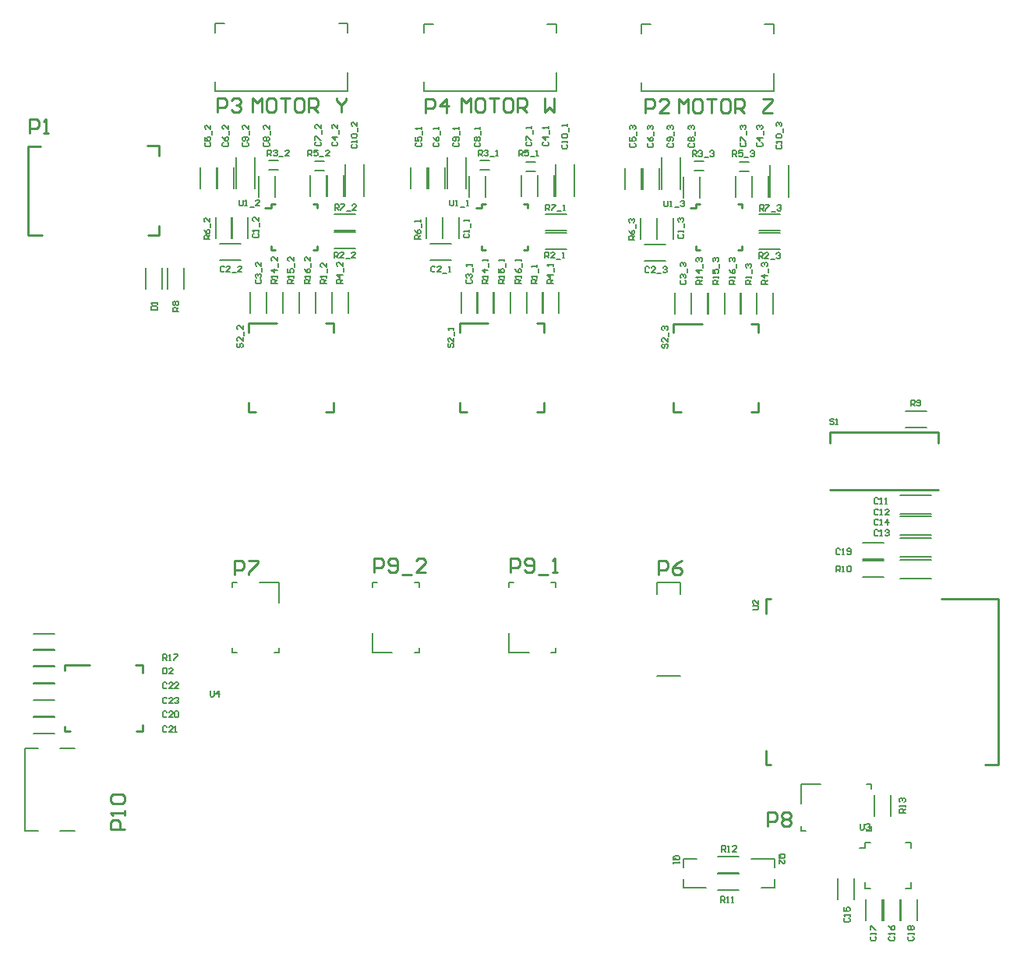
<source format=gto>
G04*
G04 #@! TF.GenerationSoftware,Altium Limited,Altium Designer,22.11.1 (43)*
G04*
G04 Layer_Color=65535*
%FSLAX25Y25*%
%MOIN*%
G70*
G04*
G04 #@! TF.SameCoordinates,EC01C676-AF26-4C78-A894-FF1C61784DD5*
G04*
G04*
G04 #@! TF.FilePolarity,Positive*
G04*
G01*
G75*
%ADD10C,0.00600*%
%ADD11C,0.00500*%
%ADD12C,0.01000*%
D10*
X82787Y364274D02*
Y368211D01*
Y389077D02*
Y393014D01*
X135503D02*
X139440D01*
Y389077D02*
Y393014D01*
X82787D02*
X86724D01*
X82787Y364274D02*
X139440D01*
Y372148D01*
X321865Y23112D02*
Y26813D01*
Y31695D02*
Y35396D01*
X316353Y23112D02*
X321865D01*
X312022Y35396D02*
X321865D01*
X271700Y153800D02*
X281700D01*
Y148800D02*
Y153800D01*
X271700Y148800D02*
Y153800D01*
Y113800D02*
X281700D01*
X167800Y123783D02*
X169800D01*
Y125783D01*
Y151783D02*
Y153783D01*
X167800D02*
X169800D01*
X149800D02*
X151800D01*
X149800Y151783D02*
Y153783D01*
Y123783D02*
Y128783D01*
Y123783D02*
X154800D01*
X149800Y128783D02*
Y132283D01*
X154800Y123783D02*
X158300D01*
X360608Y22951D02*
Y25313D01*
Y22951D02*
X362970D01*
X377931D02*
X380293D01*
Y25313D01*
Y40274D02*
Y42636D01*
X377931D02*
X380293D01*
X360608D02*
X362970D01*
X360608Y40274D02*
Y42636D01*
X358206Y40274D02*
X360608D01*
X375501Y163600D02*
X389001D01*
X375501Y155600D02*
X389001D01*
X5001Y124900D02*
X14001D01*
X5001Y131900D02*
X14001D01*
X215520Y333945D02*
X219520D01*
X215520Y329945D02*
X219520D01*
X89763Y301076D02*
Y310076D01*
X96763Y301076D02*
Y310076D01*
X84629Y298776D02*
X93629D01*
X84629Y291776D02*
X93629D01*
X97694Y269076D02*
Y278076D01*
X104694Y269076D02*
Y278076D01*
X137563Y319028D02*
Y328028D01*
X130563Y319028D02*
Y328028D01*
X83216Y322482D02*
Y331482D01*
X76216Y322482D02*
Y331482D01*
X83716Y322482D02*
Y331482D01*
X90716Y322482D02*
Y331482D01*
X123400Y319028D02*
Y328028D01*
X130400Y319028D02*
Y328028D01*
X101300Y318810D02*
Y327810D01*
X108300Y318810D02*
Y327810D01*
X99761Y322444D02*
Y335944D01*
X91761Y322444D02*
Y335944D01*
X146263Y319193D02*
Y332693D01*
X138263Y319193D02*
Y332693D01*
X125700Y269076D02*
Y278076D01*
X132700Y269076D02*
Y278076D01*
X133697Y296676D02*
X142697D01*
X133697Y303676D02*
X142697D01*
X105731Y334394D02*
X109731D01*
X105731Y330394D02*
X109731D01*
X132600Y269076D02*
Y278076D01*
X139600Y269076D02*
Y278076D01*
X125368Y329992D02*
X129368D01*
X125368Y333992D02*
X129368D01*
X89900Y301076D02*
Y310076D01*
X82900Y301076D02*
Y310076D01*
X133697Y311562D02*
X142697D01*
X133697Y304562D02*
X142697D01*
X104626Y269076D02*
Y278076D01*
X111626Y269076D02*
Y278076D01*
X111726Y269076D02*
Y278076D01*
X118726Y269076D02*
Y278076D01*
X118763Y269076D02*
Y278076D01*
X125763Y269076D02*
Y278076D01*
X278514Y300830D02*
Y309830D01*
X271514Y300830D02*
Y309830D01*
X266380Y291530D02*
X275380D01*
X266380Y298530D02*
X275380D01*
X286446Y268830D02*
Y277830D01*
X279446Y268830D02*
Y277830D01*
X312314Y318781D02*
Y327781D01*
X319314Y318781D02*
Y327781D01*
X257967Y322235D02*
Y331235D01*
X264967Y322235D02*
Y331235D01*
X272467Y322235D02*
Y331235D01*
X265467Y322235D02*
Y331235D01*
X312151Y318781D02*
Y327781D01*
X305151Y318781D02*
Y327781D01*
X290051Y318563D02*
Y327563D01*
X283051Y318563D02*
Y327563D01*
X273512Y322197D02*
Y335697D01*
X281512Y322197D02*
Y335697D01*
X320014Y318946D02*
Y332446D01*
X328014Y318946D02*
Y332446D01*
X314451Y268830D02*
Y277830D01*
X307451Y268830D02*
Y277830D01*
X315448Y303430D02*
X324448D01*
X315448Y296430D02*
X324448D01*
X287483Y330147D02*
X291483D01*
X287483Y334147D02*
X291483D01*
X321351Y268830D02*
Y277830D01*
X314351Y268830D02*
Y277830D01*
X307120Y333745D02*
X311120D01*
X307120Y329745D02*
X311120D01*
X264651Y300830D02*
Y309830D01*
X271651Y300830D02*
Y309830D01*
X315448Y304315D02*
X324448D01*
X315448Y311315D02*
X324448D01*
X293377Y268830D02*
Y277830D01*
X286377Y268830D02*
Y277830D01*
X300477Y268830D02*
Y277830D01*
X293477Y268830D02*
Y277830D01*
X307514Y268830D02*
Y277830D01*
X300514Y268830D02*
Y277830D01*
X186914Y301030D02*
Y310030D01*
X179914Y301030D02*
Y310030D01*
X174780Y291730D02*
X183780D01*
X174780Y298730D02*
X183780D01*
X194846Y269030D02*
Y278030D01*
X187846Y269030D02*
Y278030D01*
X220714Y318981D02*
Y327981D01*
X227714Y318981D02*
Y327981D01*
X166367Y322435D02*
Y331435D01*
X173367Y322435D02*
Y331435D01*
X180867Y322435D02*
Y331435D01*
X173867Y322435D02*
Y331435D01*
X220551Y318981D02*
Y327981D01*
X213551Y318981D02*
Y327981D01*
X198451Y318763D02*
Y327763D01*
X191451Y318763D02*
Y327763D01*
X181912Y322397D02*
Y335897D01*
X189912Y322397D02*
Y335897D01*
X228414Y319146D02*
Y332646D01*
X236414Y319146D02*
Y332646D01*
X222851Y269030D02*
Y278030D01*
X215851Y269030D02*
Y278030D01*
X223848Y303630D02*
X232848D01*
X223848Y296630D02*
X232848D01*
X195883Y330347D02*
X199883D01*
X195883Y334347D02*
X199883D01*
X229751Y269030D02*
Y278030D01*
X222751Y269030D02*
Y278030D01*
X173051Y301030D02*
Y310030D01*
X180051Y301030D02*
Y310030D01*
X223848Y304515D02*
X232848D01*
X223848Y311515D02*
X232848D01*
X201777Y269030D02*
Y278030D01*
X194777Y269030D02*
Y278030D01*
X208877Y269030D02*
Y278030D01*
X201877Y269030D02*
Y278030D01*
X215914Y269030D02*
Y278030D01*
X208914Y269030D02*
Y278030D01*
X53122Y279493D02*
Y288493D01*
X60122Y279493D02*
Y288493D01*
X264982Y364027D02*
Y367964D01*
Y388830D02*
Y392767D01*
X317698D02*
X321635D01*
Y388830D02*
Y392767D01*
X264982D02*
X268919D01*
X264982Y364027D02*
X321635D01*
Y371901D01*
X171973Y364227D02*
Y368164D01*
Y389030D02*
Y392967D01*
X224690D02*
X228627D01*
Y389030D02*
Y392967D01*
X171973D02*
X175910D01*
X171973Y364227D02*
X228627D01*
Y372101D01*
X62222Y279593D02*
Y288593D01*
X69222Y279593D02*
Y288593D01*
X375501Y191000D02*
X389001D01*
X375501Y183000D02*
X389001D01*
X375501Y182000D02*
X389001D01*
X375501Y174000D02*
X389001D01*
X375501Y172800D02*
X389001D01*
X375501Y164800D02*
X389001D01*
X356076Y18254D02*
Y27254D01*
X349076Y18254D02*
Y27254D01*
X375643Y9051D02*
Y18051D01*
X368643Y9051D02*
Y18051D01*
X361045Y9051D02*
Y18051D01*
X368045Y9051D02*
Y18051D01*
X376006Y9051D02*
Y18051D01*
X383005Y9051D02*
Y18051D01*
X359648Y163682D02*
X368648D01*
X359648Y170682D02*
X368648D01*
X282953Y23112D02*
X292795D01*
X282953Y35396D02*
X288465D01*
X282953Y23112D02*
Y26813D01*
Y31695D02*
Y35396D01*
X377987Y219977D02*
X386987D01*
X377987Y226977D02*
X386987D01*
X359648Y156100D02*
X368648D01*
X359648Y163100D02*
X368648D01*
X297648Y29014D02*
X306648D01*
X297648Y22014D02*
X306648D01*
X297648Y29494D02*
X306648D01*
X297648Y36494D02*
X306648D01*
X364782Y53866D02*
Y62866D01*
X371782Y53866D02*
Y62866D01*
X5001Y96361D02*
X14001D01*
X5001Y103361D02*
X14001D01*
X5001Y89227D02*
X14001D01*
X5001Y96227D02*
X14001D01*
X5001Y110700D02*
X14001D01*
X5001Y117700D02*
X14001D01*
X5001Y103400D02*
X14001D01*
X5001Y110400D02*
X14001D01*
X5001Y118000D02*
X14001D01*
X5001Y125000D02*
X14001D01*
X90100Y153783D02*
X92100D01*
X90100Y151783D02*
Y153783D01*
Y123783D02*
Y125783D01*
Y123783D02*
X92100D01*
X108100D02*
X110100D01*
Y125783D01*
Y148783D02*
Y153783D01*
X105100D02*
X110100D01*
Y145283D02*
Y148783D01*
X101600Y153783D02*
X105100D01*
X333282Y59000D02*
Y62500D01*
X338282Y67500D02*
X341782D01*
X333282Y62500D02*
Y67500D01*
X338282D01*
X361282D02*
X363282D01*
Y65500D02*
Y67500D01*
Y47500D02*
Y49500D01*
X361282Y47500D02*
X363282D01*
X333282D02*
X335282D01*
X333282D02*
Y49500D01*
X226322Y123783D02*
X228322D01*
Y125783D01*
Y151783D02*
Y153783D01*
X226322D02*
X228322D01*
X208322D02*
X210322D01*
X208322Y151783D02*
Y153783D01*
Y123783D02*
Y128783D01*
Y123783D02*
X213322D01*
X208322Y128783D02*
Y132283D01*
X213322Y123783D02*
X216822D01*
X324215Y35812D02*
X325881D01*
X326298Y36229D01*
Y37062D01*
X325881Y37478D01*
X324215D01*
X323798Y37062D01*
Y36229D01*
X324632Y36645D02*
X323798Y35812D01*
Y36229D02*
X324215Y35812D01*
X323798Y33313D02*
Y34979D01*
X325465Y33313D01*
X325881D01*
X326298Y33729D01*
Y34563D01*
X325881Y34979D01*
X80517Y107450D02*
Y105367D01*
X80934Y104950D01*
X81767D01*
X82183Y105367D01*
Y107450D01*
X84266Y104950D02*
Y107450D01*
X83017Y106200D01*
X84683D01*
X347266Y223483D02*
X346850Y223899D01*
X346017D01*
X345600Y223483D01*
Y223066D01*
X346017Y222650D01*
X346850D01*
X347266Y222233D01*
Y221816D01*
X346850Y221400D01*
X346017D01*
X345600Y221816D01*
X348099Y221400D02*
X348932D01*
X348516D01*
Y223899D01*
X348099Y223483D01*
X312550Y142117D02*
X314633D01*
X315050Y142534D01*
Y143367D01*
X314633Y143783D01*
X312550D01*
X315050Y146283D02*
Y144616D01*
X313384Y146283D01*
X312967D01*
X312550Y145866D01*
Y145033D01*
X312967Y144616D01*
X358500Y50423D02*
Y48340D01*
X358916Y47924D01*
X359750D01*
X360166Y48340D01*
Y50423D01*
X360999Y50007D02*
X361416Y50423D01*
X362249D01*
X362665Y50007D01*
Y49590D01*
X362249Y49174D01*
X361832D01*
X362249D01*
X362665Y48757D01*
Y48340D01*
X362249Y47924D01*
X361416D01*
X360999Y48340D01*
X182610Y256131D02*
X182193Y255715D01*
Y254882D01*
X182610Y254465D01*
X183026D01*
X183443Y254882D01*
Y255715D01*
X183859Y256131D01*
X184276D01*
X184693Y255715D01*
Y254882D01*
X184276Y254465D01*
X184693Y258630D02*
Y256964D01*
X183026Y258630D01*
X182610D01*
X182193Y258214D01*
Y257381D01*
X182610Y256964D01*
X185109Y259463D02*
Y261129D01*
X184693Y261963D02*
Y262796D01*
Y262379D01*
X182193D01*
X182610Y261963D01*
X183078Y317505D02*
Y315422D01*
X183494Y315005D01*
X184327D01*
X184744Y315422D01*
Y317505D01*
X185577Y315005D02*
X186410D01*
X185993D01*
Y317505D01*
X185577Y317088D01*
X187659Y314589D02*
X189326D01*
X190159Y315005D02*
X190992D01*
X190575D01*
Y317505D01*
X190159Y317088D01*
X366266Y180433D02*
X365850Y180850D01*
X365017D01*
X364600Y180433D01*
Y178767D01*
X365017Y178350D01*
X365850D01*
X366266Y178767D01*
X367099Y178350D02*
X367932D01*
X367516D01*
Y180850D01*
X367099Y180433D01*
X370431Y178350D02*
Y180850D01*
X369182Y179600D01*
X370848D01*
X60300Y120550D02*
Y123050D01*
X61550D01*
X61966Y122633D01*
Y121800D01*
X61550Y121384D01*
X60300D01*
X61133D02*
X61966Y120550D01*
X62799D02*
X63632D01*
X63216D01*
Y123050D01*
X62799Y122633D01*
X64882Y123050D02*
X66548D01*
Y122633D01*
X64882Y120967D01*
Y120550D01*
X212469Y336405D02*
Y338905D01*
X213719D01*
X214136Y338488D01*
Y337655D01*
X213719Y337239D01*
X212469D01*
X213302D02*
X214136Y336405D01*
X216635Y338905D02*
X214968D01*
Y337655D01*
X215802Y338072D01*
X216218D01*
X216635Y337655D01*
Y336822D01*
X216218Y336405D01*
X215385D01*
X214968Y336822D01*
X217468Y335989D02*
X219134D01*
X219967Y336405D02*
X220800D01*
X220383D01*
Y338905D01*
X219967Y338488D01*
X99159Y303086D02*
X98742Y302670D01*
Y301837D01*
X99159Y301420D01*
X100825D01*
X101241Y301837D01*
Y302670D01*
X100825Y303086D01*
X101241Y303919D02*
Y304752D01*
Y304336D01*
X98742D01*
X99159Y303919D01*
X101658Y306002D02*
Y307668D01*
X101241Y310167D02*
Y308501D01*
X99575Y310167D01*
X99159D01*
X98742Y309751D01*
Y308918D01*
X99159Y308501D01*
X86584Y288835D02*
X86168Y289252D01*
X85335D01*
X84918Y288835D01*
Y287169D01*
X85335Y286752D01*
X86168D01*
X86584Y287169D01*
X89083Y286752D02*
X87417D01*
X89083Y288419D01*
Y288835D01*
X88667Y289252D01*
X87834D01*
X87417Y288835D01*
X89916Y286336D02*
X91583D01*
X94082Y286752D02*
X92416D01*
X94082Y288419D01*
Y288835D01*
X93665Y289252D01*
X92832D01*
X92416Y288835D01*
X100259Y283460D02*
X99842Y283043D01*
Y282210D01*
X100259Y281794D01*
X101925D01*
X102341Y282210D01*
Y283043D01*
X101925Y283460D01*
X100259Y284293D02*
X99842Y284710D01*
Y285542D01*
X100259Y285959D01*
X100675D01*
X101092Y285542D01*
Y285126D01*
Y285542D01*
X101508Y285959D01*
X101925D01*
X102341Y285542D01*
Y284710D01*
X101925Y284293D01*
X102758Y286792D02*
Y288458D01*
X102341Y290957D02*
Y289291D01*
X100675Y290957D01*
X100259D01*
X99842Y290541D01*
Y289708D01*
X100259Y289291D01*
X133022Y342378D02*
X132605Y341962D01*
Y341128D01*
X133022Y340712D01*
X134688D01*
X135104Y341128D01*
Y341962D01*
X134688Y342378D01*
X135104Y344461D02*
X132605D01*
X133855Y343211D01*
Y344877D01*
X135521Y345710D02*
Y347376D01*
X135104Y349876D02*
Y348210D01*
X133438Y349876D01*
X133022D01*
X132605Y349459D01*
Y348626D01*
X133022Y348210D01*
X78674Y342078D02*
X78258Y341662D01*
Y340828D01*
X78674Y340412D01*
X80340D01*
X80757Y340828D01*
Y341662D01*
X80340Y342078D01*
X78258Y344577D02*
Y342911D01*
X79507D01*
X79091Y343744D01*
Y344161D01*
X79507Y344577D01*
X80340D01*
X80757Y344161D01*
Y343328D01*
X80340Y342911D01*
X81173Y345410D02*
Y347076D01*
X80757Y349576D02*
Y347909D01*
X79091Y349576D01*
X78674D01*
X78258Y349159D01*
Y348326D01*
X78674Y347909D01*
X86174Y342078D02*
X85758Y341662D01*
Y340828D01*
X86174Y340412D01*
X87840D01*
X88257Y340828D01*
Y341662D01*
X87840Y342078D01*
X85758Y344577D02*
X86174Y343744D01*
X87007Y342911D01*
X87840D01*
X88257Y343328D01*
Y344161D01*
X87840Y344577D01*
X87424D01*
X87007Y344161D01*
Y342911D01*
X88673Y345410D02*
Y347076D01*
X88257Y349576D02*
Y347909D01*
X86591Y349576D01*
X86174D01*
X85758Y349159D01*
Y348326D01*
X86174Y347909D01*
X125859Y342378D02*
X125442Y341962D01*
Y341128D01*
X125859Y340712D01*
X127525D01*
X127941Y341128D01*
Y341962D01*
X127525Y342378D01*
X125442Y343211D02*
Y344877D01*
X125859D01*
X127525Y343211D01*
X127941D01*
X128358Y345710D02*
Y347376D01*
X127941Y349876D02*
Y348210D01*
X126275Y349876D01*
X125859D01*
X125442Y349459D01*
Y348626D01*
X125859Y348210D01*
X103759Y342078D02*
X103342Y341662D01*
Y340828D01*
X103759Y340412D01*
X105425D01*
X105841Y340828D01*
Y341662D01*
X105425Y342078D01*
X103759Y342911D02*
X103342Y343328D01*
Y344161D01*
X103759Y344577D01*
X104175D01*
X104592Y344161D01*
X105008Y344577D01*
X105425D01*
X105841Y344161D01*
Y343328D01*
X105425Y342911D01*
X105008D01*
X104592Y343328D01*
X104175Y342911D01*
X103759D01*
X104592Y343328D02*
Y344161D01*
X106258Y345410D02*
Y347076D01*
X105841Y349576D02*
Y347909D01*
X104175Y349576D01*
X103759D01*
X103342Y349159D01*
Y348326D01*
X103759Y347909D01*
X94720Y342078D02*
X94303Y341662D01*
Y340828D01*
X94720Y340412D01*
X96386D01*
X96803Y340828D01*
Y341662D01*
X96386Y342078D01*
Y342911D02*
X96803Y343328D01*
Y344161D01*
X96386Y344577D01*
X94720D01*
X94303Y344161D01*
Y343328D01*
X94720Y342911D01*
X95136D01*
X95553Y343328D01*
Y344577D01*
X97219Y345410D02*
Y347076D01*
X96803Y349576D02*
Y347909D01*
X95136Y349576D01*
X94720D01*
X94303Y349159D01*
Y348326D01*
X94720Y347909D01*
X141222Y341337D02*
X140805Y340920D01*
Y340087D01*
X141222Y339671D01*
X142888D01*
X143304Y340087D01*
Y340920D01*
X142888Y341337D01*
X143304Y342170D02*
Y343003D01*
Y342586D01*
X140805D01*
X141222Y342170D01*
Y344252D02*
X140805Y344669D01*
Y345502D01*
X141222Y345919D01*
X142888D01*
X143304Y345502D01*
Y344669D01*
X142888Y344252D01*
X141222D01*
X143721Y346752D02*
Y348418D01*
X143304Y350917D02*
Y349251D01*
X141638Y350917D01*
X141222D01*
X140805Y350500D01*
Y349667D01*
X141222Y349251D01*
X130241Y281794D02*
X127742D01*
Y283043D01*
X128159Y283460D01*
X128992D01*
X129408Y283043D01*
Y281794D01*
Y282627D02*
X130241Y283460D01*
Y284293D02*
Y285126D01*
Y284710D01*
X127742D01*
X128159Y284293D01*
X130658Y286376D02*
Y288042D01*
X130241Y290541D02*
Y288875D01*
X128575Y290541D01*
X128159D01*
X127742Y290124D01*
Y289291D01*
X128159Y288875D01*
X133518Y292752D02*
Y295252D01*
X134768D01*
X135184Y294835D01*
Y294002D01*
X134768Y293585D01*
X133518D01*
X134351D02*
X135184Y292752D01*
X137683D02*
X136017D01*
X137683Y294419D01*
Y294835D01*
X137267Y295252D01*
X136434D01*
X136017Y294835D01*
X138516Y292336D02*
X140183D01*
X142682Y292752D02*
X141016D01*
X142682Y294419D01*
Y294835D01*
X142265Y295252D01*
X141432D01*
X141016Y294835D01*
X105118Y336452D02*
Y338952D01*
X106368D01*
X106784Y338535D01*
Y337702D01*
X106368Y337285D01*
X105118D01*
X105951D02*
X106784Y336452D01*
X107617Y338535D02*
X108034Y338952D01*
X108867D01*
X109283Y338535D01*
Y338119D01*
X108867Y337702D01*
X108450D01*
X108867D01*
X109283Y337285D01*
Y336869D01*
X108867Y336452D01*
X108034D01*
X107617Y336869D01*
X110117Y336036D02*
X111783D01*
X114282Y336452D02*
X112616D01*
X114282Y338119D01*
Y338535D01*
X113865Y338952D01*
X113032D01*
X112616Y338535D01*
X137141Y281794D02*
X134642D01*
Y283043D01*
X135059Y283460D01*
X135892D01*
X136308Y283043D01*
Y281794D01*
Y282627D02*
X137141Y283460D01*
Y285542D02*
X134642D01*
X135892Y284293D01*
Y285959D01*
X137558Y286792D02*
Y288458D01*
X137141Y290957D02*
Y289291D01*
X135475Y290957D01*
X135059D01*
X134642Y290541D01*
Y289708D01*
X135059Y289291D01*
X122318Y336452D02*
Y338952D01*
X123568D01*
X123984Y338535D01*
Y337702D01*
X123568Y337285D01*
X122318D01*
X123151D02*
X123984Y336452D01*
X126484Y338952D02*
X124817D01*
Y337702D01*
X125650Y338119D01*
X126067D01*
X126484Y337702D01*
Y336869D01*
X126067Y336452D01*
X125234D01*
X124817Y336869D01*
X127316Y336036D02*
X128983D01*
X131482Y336452D02*
X129816D01*
X131482Y338119D01*
Y338535D01*
X131065Y338952D01*
X130232D01*
X129816Y338535D01*
X80341Y300712D02*
X77842D01*
Y301961D01*
X78259Y302378D01*
X79092D01*
X79508Y301961D01*
Y300712D01*
Y301545D02*
X80341Y302378D01*
X77842Y304877D02*
X78259Y304044D01*
X79092Y303211D01*
X79925D01*
X80341Y303628D01*
Y304461D01*
X79925Y304877D01*
X79508D01*
X79092Y304461D01*
Y303211D01*
X80758Y305710D02*
Y307376D01*
X80341Y309876D02*
Y308209D01*
X78675Y309876D01*
X78259D01*
X77842Y309459D01*
Y308626D01*
X78259Y308209D01*
X133818Y313152D02*
Y315652D01*
X135068D01*
X135484Y315235D01*
Y314402D01*
X135068Y313985D01*
X133818D01*
X134651D02*
X135484Y313152D01*
X136317Y315652D02*
X137984D01*
Y315235D01*
X136317Y313569D01*
Y313152D01*
X138816Y312736D02*
X140483D01*
X142982Y313152D02*
X141316D01*
X142982Y314819D01*
Y315235D01*
X142565Y315652D01*
X141732D01*
X141316Y315235D01*
X109167Y281794D02*
X106668D01*
Y283043D01*
X107085Y283460D01*
X107918D01*
X108334Y283043D01*
Y281794D01*
Y282627D02*
X109167Y283460D01*
Y284293D02*
Y285126D01*
Y284710D01*
X106668D01*
X107085Y284293D01*
X109167Y287625D02*
X106668D01*
X107918Y286376D01*
Y288042D01*
X109584Y288875D02*
Y290541D01*
X109167Y293040D02*
Y291374D01*
X107501Y293040D01*
X107085D01*
X106668Y292624D01*
Y291791D01*
X107085Y291374D01*
X116267Y281794D02*
X113768D01*
Y283043D01*
X114185Y283460D01*
X115018D01*
X115434Y283043D01*
Y281794D01*
Y282627D02*
X116267Y283460D01*
Y284293D02*
Y285126D01*
Y284710D01*
X113768D01*
X114185Y284293D01*
X113768Y288042D02*
Y286376D01*
X115018D01*
X114601Y287209D01*
Y287625D01*
X115018Y288042D01*
X115851D01*
X116267Y287625D01*
Y286792D01*
X115851Y286376D01*
X116684Y288875D02*
Y290541D01*
X116267Y293040D02*
Y291374D01*
X114601Y293040D01*
X114185D01*
X113768Y292624D01*
Y291791D01*
X114185Y291374D01*
X123347Y281794D02*
X120848D01*
Y283043D01*
X121264Y283460D01*
X122097D01*
X122514Y283043D01*
Y281794D01*
Y282627D02*
X123347Y283460D01*
Y284293D02*
Y285126D01*
Y284710D01*
X120848D01*
X121264Y284293D01*
X120848Y288042D02*
X121264Y287209D01*
X122097Y286376D01*
X122930D01*
X123347Y286792D01*
Y287625D01*
X122930Y288042D01*
X122514D01*
X122097Y287625D01*
Y286376D01*
X123763Y288875D02*
Y290541D01*
X123347Y293040D02*
Y291374D01*
X121681Y293040D01*
X121264D01*
X120848Y292624D01*
Y291791D01*
X121264Y291374D01*
X92459Y256178D02*
X92042Y255762D01*
Y254928D01*
X92459Y254512D01*
X92875D01*
X93292Y254928D01*
Y255762D01*
X93708Y256178D01*
X94125D01*
X94541Y255762D01*
Y254928D01*
X94125Y254512D01*
X94541Y258677D02*
Y257011D01*
X92875Y258677D01*
X92459D01*
X92042Y258261D01*
Y257428D01*
X92459Y257011D01*
X94958Y259510D02*
Y261176D01*
X94541Y263676D02*
Y262010D01*
X92875Y263676D01*
X92459D01*
X92042Y263259D01*
Y262426D01*
X92459Y262010D01*
X92926Y317552D02*
Y315469D01*
X93343Y315052D01*
X94176D01*
X94593Y315469D01*
Y317552D01*
X95426Y315052D02*
X96259D01*
X95842D01*
Y317552D01*
X95426Y317135D01*
X97508Y314636D02*
X99174D01*
X101674Y315052D02*
X100007D01*
X101674Y316719D01*
Y317135D01*
X101257Y317552D01*
X100424D01*
X100007Y317135D01*
X280910Y302839D02*
X280493Y302423D01*
Y301590D01*
X280910Y301173D01*
X282576D01*
X282993Y301590D01*
Y302423D01*
X282576Y302839D01*
X282993Y303673D02*
Y304505D01*
Y304089D01*
X280493D01*
X280910Y303673D01*
X283409Y305755D02*
Y307421D01*
X280910Y308254D02*
X280493Y308671D01*
Y309504D01*
X280910Y309921D01*
X281326D01*
X281743Y309504D01*
Y309087D01*
Y309504D01*
X282159Y309921D01*
X282576D01*
X282993Y309504D01*
Y308671D01*
X282576Y308254D01*
X268336Y288588D02*
X267919Y289005D01*
X267086D01*
X266669Y288588D01*
Y286922D01*
X267086Y286506D01*
X267919D01*
X268336Y286922D01*
X270835Y286506D02*
X269168D01*
X270835Y288172D01*
Y288588D01*
X270418Y289005D01*
X269585D01*
X269168Y288588D01*
X271668Y286089D02*
X273334D01*
X274167Y288588D02*
X274583Y289005D01*
X275416D01*
X275833Y288588D01*
Y288172D01*
X275416Y287755D01*
X275000D01*
X275416D01*
X275833Y287339D01*
Y286922D01*
X275416Y286506D01*
X274583D01*
X274167Y286922D01*
X282010Y283213D02*
X281593Y282797D01*
Y281963D01*
X282010Y281547D01*
X283676D01*
X284092Y281963D01*
Y282797D01*
X283676Y283213D01*
X282010Y284046D02*
X281593Y284463D01*
Y285296D01*
X282010Y285712D01*
X282426D01*
X282843Y285296D01*
Y284879D01*
Y285296D01*
X283259Y285712D01*
X283676D01*
X284092Y285296D01*
Y284463D01*
X283676Y284046D01*
X284509Y286545D02*
Y288211D01*
X282010Y289044D02*
X281593Y289461D01*
Y290294D01*
X282010Y290711D01*
X282426D01*
X282843Y290294D01*
Y289878D01*
Y290294D01*
X283259Y290711D01*
X283676D01*
X284092Y290294D01*
Y289461D01*
X283676Y289044D01*
X314773Y342131D02*
X314356Y341715D01*
Y340882D01*
X314773Y340465D01*
X316439D01*
X316856Y340882D01*
Y341715D01*
X316439Y342131D01*
X316856Y344214D02*
X314356D01*
X315606Y342964D01*
Y344630D01*
X317272Y345463D02*
Y347130D01*
X314773Y347963D02*
X314356Y348379D01*
Y349212D01*
X314773Y349629D01*
X315189D01*
X315606Y349212D01*
Y348796D01*
Y349212D01*
X316022Y349629D01*
X316439D01*
X316856Y349212D01*
Y348379D01*
X316439Y347963D01*
X260425Y341831D02*
X260009Y341415D01*
Y340582D01*
X260425Y340165D01*
X262092D01*
X262508Y340582D01*
Y341415D01*
X262092Y341831D01*
X260009Y344330D02*
Y342664D01*
X261259D01*
X260842Y343497D01*
Y343914D01*
X261259Y344330D01*
X262092D01*
X262508Y343914D01*
Y343081D01*
X262092Y342664D01*
X262925Y345163D02*
Y346830D01*
X260425Y347663D02*
X260009Y348079D01*
Y348912D01*
X260425Y349329D01*
X260842D01*
X261259Y348912D01*
Y348496D01*
Y348912D01*
X261675Y349329D01*
X262092D01*
X262508Y348912D01*
Y348079D01*
X262092Y347663D01*
X267925Y341831D02*
X267509Y341415D01*
Y340582D01*
X267925Y340165D01*
X269592D01*
X270008Y340582D01*
Y341415D01*
X269592Y341831D01*
X267509Y344330D02*
X267925Y343497D01*
X268759Y342664D01*
X269592D01*
X270008Y343081D01*
Y343914D01*
X269592Y344330D01*
X269175D01*
X268759Y343914D01*
Y342664D01*
X270425Y345163D02*
Y346830D01*
X267925Y347663D02*
X267509Y348079D01*
Y348912D01*
X267925Y349329D01*
X268342D01*
X268759Y348912D01*
Y348496D01*
Y348912D01*
X269175Y349329D01*
X269592D01*
X270008Y348912D01*
Y348079D01*
X269592Y347663D01*
X307610Y342131D02*
X307193Y341715D01*
Y340882D01*
X307610Y340465D01*
X309276D01*
X309693Y340882D01*
Y341715D01*
X309276Y342131D01*
X307193Y342964D02*
Y344630D01*
X307610D01*
X309276Y342964D01*
X309693D01*
X310109Y345463D02*
Y347130D01*
X307610Y347963D02*
X307193Y348379D01*
Y349212D01*
X307610Y349629D01*
X308026D01*
X308443Y349212D01*
Y348796D01*
Y349212D01*
X308859Y349629D01*
X309276D01*
X309693Y349212D01*
Y348379D01*
X309276Y347963D01*
X285510Y341831D02*
X285093Y341415D01*
Y340582D01*
X285510Y340165D01*
X287176D01*
X287593Y340582D01*
Y341415D01*
X287176Y341831D01*
X285510Y342664D02*
X285093Y343081D01*
Y343914D01*
X285510Y344330D01*
X285926D01*
X286343Y343914D01*
X286759Y344330D01*
X287176D01*
X287593Y343914D01*
Y343081D01*
X287176Y342664D01*
X286759D01*
X286343Y343081D01*
X285926Y342664D01*
X285510D01*
X286343Y343081D02*
Y343914D01*
X288009Y345163D02*
Y346830D01*
X285510Y347663D02*
X285093Y348079D01*
Y348912D01*
X285510Y349329D01*
X285926D01*
X286343Y348912D01*
Y348496D01*
Y348912D01*
X286759Y349329D01*
X287176D01*
X287593Y348912D01*
Y348079D01*
X287176Y347663D01*
X276471Y341831D02*
X276055Y341415D01*
Y340582D01*
X276471Y340165D01*
X278137D01*
X278554Y340582D01*
Y341415D01*
X278137Y341831D01*
Y342664D02*
X278554Y343081D01*
Y343914D01*
X278137Y344330D01*
X276471D01*
X276055Y343914D01*
Y343081D01*
X276471Y342664D01*
X276888D01*
X277304Y343081D01*
Y344330D01*
X278970Y345163D02*
Y346830D01*
X276471Y347663D02*
X276055Y348079D01*
Y348912D01*
X276471Y349329D01*
X276888D01*
X277304Y348912D01*
Y348496D01*
Y348912D01*
X277721Y349329D01*
X278137D01*
X278554Y348912D01*
Y348079D01*
X278137Y347663D01*
X322973Y341090D02*
X322556Y340673D01*
Y339840D01*
X322973Y339424D01*
X324639D01*
X325056Y339840D01*
Y340673D01*
X324639Y341090D01*
X325056Y341923D02*
Y342756D01*
Y342339D01*
X322556D01*
X322973Y341923D01*
Y344006D02*
X322556Y344422D01*
Y345255D01*
X322973Y345672D01*
X324639D01*
X325056Y345255D01*
Y344422D01*
X324639Y344006D01*
X322973D01*
X325472Y346505D02*
Y348171D01*
X322973Y349004D02*
X322556Y349420D01*
Y350254D01*
X322973Y350670D01*
X323389D01*
X323806Y350254D01*
Y349837D01*
Y350254D01*
X324222Y350670D01*
X324639D01*
X325056Y350254D01*
Y349420D01*
X324639Y349004D01*
X311993Y281547D02*
X309493D01*
Y282797D01*
X309910Y283213D01*
X310743D01*
X311159Y282797D01*
Y281547D01*
Y282380D02*
X311993Y283213D01*
Y284046D02*
Y284879D01*
Y284463D01*
X309493D01*
X309910Y284046D01*
X312409Y286129D02*
Y287795D01*
X309910Y288628D02*
X309493Y289044D01*
Y289878D01*
X309910Y290294D01*
X310326D01*
X310743Y289878D01*
Y289461D01*
Y289878D01*
X311159Y290294D01*
X311576D01*
X311993Y289878D01*
Y289044D01*
X311576Y288628D01*
X315269Y292506D02*
Y295005D01*
X316519D01*
X316935Y294588D01*
Y293755D01*
X316519Y293339D01*
X315269D01*
X316102D02*
X316935Y292506D01*
X319435D02*
X317769D01*
X319435Y294172D01*
Y294588D01*
X319018Y295005D01*
X318185D01*
X317769Y294588D01*
X320268Y292089D02*
X321934D01*
X322767Y294588D02*
X323183Y295005D01*
X324016D01*
X324433Y294588D01*
Y294172D01*
X324016Y293755D01*
X323600D01*
X324016D01*
X324433Y293339D01*
Y292922D01*
X324016Y292506D01*
X323183D01*
X322767Y292922D01*
X286869Y336206D02*
Y338705D01*
X288119D01*
X288535Y338288D01*
Y337455D01*
X288119Y337039D01*
X286869D01*
X287702D02*
X288535Y336206D01*
X289369Y338288D02*
X289785Y338705D01*
X290618D01*
X291035Y338288D01*
Y337872D01*
X290618Y337455D01*
X290202D01*
X290618D01*
X291035Y337039D01*
Y336622D01*
X290618Y336206D01*
X289785D01*
X289369Y336622D01*
X291868Y335789D02*
X293534D01*
X294367Y338288D02*
X294783Y338705D01*
X295617D01*
X296033Y338288D01*
Y337872D01*
X295617Y337455D01*
X295200D01*
X295617D01*
X296033Y337039D01*
Y336622D01*
X295617Y336206D01*
X294783D01*
X294367Y336622D01*
X318893Y281547D02*
X316393D01*
Y282797D01*
X316810Y283213D01*
X317643D01*
X318059Y282797D01*
Y281547D01*
Y282380D02*
X318893Y283213D01*
Y285296D02*
X316393D01*
X317643Y284046D01*
Y285712D01*
X319309Y286545D02*
Y288211D01*
X316810Y289044D02*
X316393Y289461D01*
Y290294D01*
X316810Y290711D01*
X317226D01*
X317643Y290294D01*
Y289878D01*
Y290294D01*
X318059Y290711D01*
X318476D01*
X318893Y290294D01*
Y289461D01*
X318476Y289044D01*
X304069Y336206D02*
Y338705D01*
X305319D01*
X305735Y338288D01*
Y337455D01*
X305319Y337039D01*
X304069D01*
X304902D02*
X305735Y336206D01*
X308235Y338705D02*
X306569D01*
Y337455D01*
X307402Y337872D01*
X307818D01*
X308235Y337455D01*
Y336622D01*
X307818Y336206D01*
X306985D01*
X306569Y336622D01*
X309068Y335789D02*
X310734D01*
X311567Y338288D02*
X311983Y338705D01*
X312817D01*
X313233Y338288D01*
Y337872D01*
X312817Y337455D01*
X312400D01*
X312817D01*
X313233Y337039D01*
Y336622D01*
X312817Y336206D01*
X311983D01*
X311567Y336622D01*
X262092Y300465D02*
X259593D01*
Y301715D01*
X260010Y302131D01*
X260843D01*
X261259Y301715D01*
Y300465D01*
Y301298D02*
X262092Y302131D01*
X259593Y304630D02*
X260010Y303797D01*
X260843Y302964D01*
X261676D01*
X262092Y303381D01*
Y304214D01*
X261676Y304630D01*
X261259D01*
X260843Y304214D01*
Y302964D01*
X262509Y305463D02*
Y307130D01*
X260010Y307963D02*
X259593Y308379D01*
Y309212D01*
X260010Y309629D01*
X260426D01*
X260843Y309212D01*
Y308796D01*
Y309212D01*
X261259Y309629D01*
X261676D01*
X262092Y309212D01*
Y308379D01*
X261676Y307963D01*
X315569Y312906D02*
Y315405D01*
X316819D01*
X317235Y314988D01*
Y314155D01*
X316819Y313739D01*
X315569D01*
X316402D02*
X317235Y312906D01*
X318069Y315405D02*
X319735D01*
Y314988D01*
X318069Y313322D01*
Y312906D01*
X320568Y312489D02*
X322234D01*
X323067Y314988D02*
X323483Y315405D01*
X324317D01*
X324733Y314988D01*
Y314572D01*
X324317Y314155D01*
X323900D01*
X324317D01*
X324733Y313739D01*
Y313322D01*
X324317Y312906D01*
X323483D01*
X323067Y313322D01*
X290918Y281547D02*
X288419D01*
Y282797D01*
X288836Y283213D01*
X289669D01*
X290085Y282797D01*
Y281547D01*
Y282380D02*
X290918Y283213D01*
Y284046D02*
Y284879D01*
Y284463D01*
X288419D01*
X288836Y284046D01*
X290918Y287378D02*
X288419D01*
X289669Y286129D01*
Y287795D01*
X291335Y288628D02*
Y290294D01*
X288836Y291127D02*
X288419Y291544D01*
Y292377D01*
X288836Y292793D01*
X289252D01*
X289669Y292377D01*
Y291960D01*
Y292377D01*
X290085Y292793D01*
X290502D01*
X290918Y292377D01*
Y291544D01*
X290502Y291127D01*
X298019Y281547D02*
X295519D01*
Y282797D01*
X295936Y283213D01*
X296769D01*
X297185Y282797D01*
Y281547D01*
Y282380D02*
X298019Y283213D01*
Y284046D02*
Y284879D01*
Y284463D01*
X295519D01*
X295936Y284046D01*
X295519Y287795D02*
Y286129D01*
X296769D01*
X296352Y286962D01*
Y287378D01*
X296769Y287795D01*
X297602D01*
X298019Y287378D01*
Y286545D01*
X297602Y286129D01*
X298435Y288628D02*
Y290294D01*
X295936Y291127D02*
X295519Y291544D01*
Y292377D01*
X295936Y292793D01*
X296352D01*
X296769Y292377D01*
Y291960D01*
Y292377D01*
X297185Y292793D01*
X297602D01*
X298019Y292377D01*
Y291544D01*
X297602Y291127D01*
X305098Y281547D02*
X302599D01*
Y282797D01*
X303015Y283213D01*
X303848D01*
X304265Y282797D01*
Y281547D01*
Y282380D02*
X305098Y283213D01*
Y284046D02*
Y284879D01*
Y284463D01*
X302599D01*
X303015Y284046D01*
X302599Y287795D02*
X303015Y286962D01*
X303848Y286129D01*
X304681D01*
X305098Y286545D01*
Y287378D01*
X304681Y287795D01*
X304265D01*
X303848Y287378D01*
Y286129D01*
X305515Y288628D02*
Y290294D01*
X303015Y291127D02*
X302599Y291544D01*
Y292377D01*
X303015Y292793D01*
X303432D01*
X303848Y292377D01*
Y291960D01*
Y292377D01*
X304265Y292793D01*
X304681D01*
X305098Y292377D01*
Y291544D01*
X304681Y291127D01*
X274210Y255931D02*
X273793Y255515D01*
Y254682D01*
X274210Y254265D01*
X274626D01*
X275043Y254682D01*
Y255515D01*
X275459Y255931D01*
X275876D01*
X276292Y255515D01*
Y254682D01*
X275876Y254265D01*
X276292Y258430D02*
Y256764D01*
X274626Y258430D01*
X274210D01*
X273793Y258014D01*
Y257181D01*
X274210Y256764D01*
X276709Y259263D02*
Y260929D01*
X274210Y261763D02*
X273793Y262179D01*
Y263012D01*
X274210Y263429D01*
X274626D01*
X275043Y263012D01*
Y262596D01*
Y263012D01*
X275459Y263429D01*
X275876D01*
X276292Y263012D01*
Y262179D01*
X275876Y261763D01*
X274678Y317305D02*
Y315222D01*
X275094Y314806D01*
X275927D01*
X276344Y315222D01*
Y317305D01*
X277177Y314806D02*
X278010D01*
X277593D01*
Y317305D01*
X277177Y316888D01*
X279259Y314389D02*
X280926D01*
X281759Y316888D02*
X282175Y317305D01*
X283008D01*
X283425Y316888D01*
Y316472D01*
X283008Y316055D01*
X282592D01*
X283008D01*
X283425Y315639D01*
Y315222D01*
X283008Y314806D01*
X282175D01*
X281759Y315222D01*
X189310Y303039D02*
X188893Y302623D01*
Y301790D01*
X189310Y301373D01*
X190976D01*
X191393Y301790D01*
Y302623D01*
X190976Y303039D01*
X191393Y303872D02*
Y304706D01*
Y304289D01*
X188893D01*
X189310Y303872D01*
X191809Y305955D02*
Y307621D01*
X191393Y308454D02*
Y309287D01*
Y308871D01*
X188893D01*
X189310Y308454D01*
X176735Y288788D02*
X176319Y289205D01*
X175486D01*
X175069Y288788D01*
Y287122D01*
X175486Y286705D01*
X176319D01*
X176735Y287122D01*
X179235Y286705D02*
X177568D01*
X179235Y288372D01*
Y288788D01*
X178818Y289205D01*
X177985D01*
X177568Y288788D01*
X180068Y286289D02*
X181734D01*
X182567Y286705D02*
X183400D01*
X182983D01*
Y289205D01*
X182567Y288788D01*
X190410Y283413D02*
X189993Y282997D01*
Y282163D01*
X190410Y281747D01*
X192076D01*
X192492Y282163D01*
Y282997D01*
X192076Y283413D01*
X190410Y284246D02*
X189993Y284663D01*
Y285496D01*
X190410Y285912D01*
X190826D01*
X191243Y285496D01*
Y285079D01*
Y285496D01*
X191659Y285912D01*
X192076D01*
X192492Y285496D01*
Y284663D01*
X192076Y284246D01*
X192909Y286745D02*
Y288411D01*
X192492Y289244D02*
Y290077D01*
Y289661D01*
X189993D01*
X190410Y289244D01*
X223173Y342331D02*
X222756Y341915D01*
Y341082D01*
X223173Y340665D01*
X224839D01*
X225255Y341082D01*
Y341915D01*
X224839Y342331D01*
X225255Y344414D02*
X222756D01*
X224006Y343164D01*
Y344830D01*
X225672Y345663D02*
Y347329D01*
X225255Y348163D02*
Y348996D01*
Y348579D01*
X222756D01*
X223173Y348163D01*
X168825Y342031D02*
X168409Y341615D01*
Y340782D01*
X168825Y340365D01*
X170492D01*
X170908Y340782D01*
Y341615D01*
X170492Y342031D01*
X168409Y344530D02*
Y342864D01*
X169659D01*
X169242Y343697D01*
Y344114D01*
X169659Y344530D01*
X170492D01*
X170908Y344114D01*
Y343281D01*
X170492Y342864D01*
X171325Y345363D02*
Y347029D01*
X170908Y347863D02*
Y348696D01*
Y348279D01*
X168409D01*
X168825Y347863D01*
X176325Y342031D02*
X175909Y341615D01*
Y340782D01*
X176325Y340365D01*
X177992D01*
X178408Y340782D01*
Y341615D01*
X177992Y342031D01*
X175909Y344530D02*
X176325Y343697D01*
X177158Y342864D01*
X177992D01*
X178408Y343281D01*
Y344114D01*
X177992Y344530D01*
X177575D01*
X177158Y344114D01*
Y342864D01*
X178825Y345363D02*
Y347029D01*
X178408Y347863D02*
Y348696D01*
Y348279D01*
X175909D01*
X176325Y347863D01*
X216010Y342331D02*
X215593Y341915D01*
Y341082D01*
X216010Y340665D01*
X217676D01*
X218092Y341082D01*
Y341915D01*
X217676Y342331D01*
X215593Y343164D02*
Y344830D01*
X216010D01*
X217676Y343164D01*
X218092D01*
X218509Y345663D02*
Y347329D01*
X218092Y348163D02*
Y348996D01*
Y348579D01*
X215593D01*
X216010Y348163D01*
X193910Y342031D02*
X193493Y341615D01*
Y340782D01*
X193910Y340365D01*
X195576D01*
X195993Y340782D01*
Y341615D01*
X195576Y342031D01*
X193910Y342864D02*
X193493Y343281D01*
Y344114D01*
X193910Y344530D01*
X194326D01*
X194743Y344114D01*
X195159Y344530D01*
X195576D01*
X195993Y344114D01*
Y343281D01*
X195576Y342864D01*
X195159D01*
X194743Y343281D01*
X194326Y342864D01*
X193910D01*
X194743Y343281D02*
Y344114D01*
X196409Y345363D02*
Y347029D01*
X195993Y347863D02*
Y348696D01*
Y348279D01*
X193493D01*
X193910Y347863D01*
X184871Y342031D02*
X184455Y341615D01*
Y340782D01*
X184871Y340365D01*
X186537D01*
X186954Y340782D01*
Y341615D01*
X186537Y342031D01*
Y342864D02*
X186954Y343281D01*
Y344114D01*
X186537Y344530D01*
X184871D01*
X184455Y344114D01*
Y343281D01*
X184871Y342864D01*
X185288D01*
X185704Y343281D01*
Y344530D01*
X187370Y345363D02*
Y347029D01*
X186954Y347863D02*
Y348696D01*
Y348279D01*
X184455D01*
X184871Y347863D01*
X231373Y341290D02*
X230956Y340873D01*
Y340040D01*
X231373Y339624D01*
X233039D01*
X233455Y340040D01*
Y340873D01*
X233039Y341290D01*
X233455Y342123D02*
Y342956D01*
Y342539D01*
X230956D01*
X231373Y342123D01*
Y344205D02*
X230956Y344622D01*
Y345455D01*
X231373Y345872D01*
X233039D01*
X233455Y345455D01*
Y344622D01*
X233039Y344205D01*
X231373D01*
X233872Y346705D02*
Y348371D01*
X233455Y349204D02*
Y350037D01*
Y349620D01*
X230956D01*
X231373Y349204D01*
X220392Y281747D02*
X217893D01*
Y282997D01*
X218310Y283413D01*
X219143D01*
X219559Y282997D01*
Y281747D01*
Y282580D02*
X220392Y283413D01*
Y284246D02*
Y285079D01*
Y284663D01*
X217893D01*
X218310Y284246D01*
X220809Y286329D02*
Y287995D01*
X220392Y288828D02*
Y289661D01*
Y289245D01*
X217893D01*
X218310Y288828D01*
X223669Y292705D02*
Y295205D01*
X224919D01*
X225336Y294788D01*
Y293955D01*
X224919Y293539D01*
X223669D01*
X224502D02*
X225336Y292705D01*
X227835D02*
X226168D01*
X227835Y294372D01*
Y294788D01*
X227418Y295205D01*
X226585D01*
X226168Y294788D01*
X228668Y292289D02*
X230334D01*
X231167Y292705D02*
X232000D01*
X231583D01*
Y295205D01*
X231167Y294788D01*
X195269Y336405D02*
Y338905D01*
X196519D01*
X196935Y338488D01*
Y337655D01*
X196519Y337239D01*
X195269D01*
X196102D02*
X196935Y336405D01*
X197768Y338488D02*
X198185Y338905D01*
X199018D01*
X199435Y338488D01*
Y338072D01*
X199018Y337655D01*
X198602D01*
X199018D01*
X199435Y337239D01*
Y336822D01*
X199018Y336405D01*
X198185D01*
X197768Y336822D01*
X200268Y335989D02*
X201934D01*
X202767Y336405D02*
X203600D01*
X203183D01*
Y338905D01*
X202767Y338488D01*
X227292Y281747D02*
X224793D01*
Y282997D01*
X225210Y283413D01*
X226043D01*
X226459Y282997D01*
Y281747D01*
Y282580D02*
X227292Y283413D01*
Y285496D02*
X224793D01*
X226043Y284246D01*
Y285912D01*
X227709Y286745D02*
Y288411D01*
X227292Y289244D02*
Y290077D01*
Y289661D01*
X224793D01*
X225210Y289244D01*
X170492Y300665D02*
X167993D01*
Y301915D01*
X168410Y302331D01*
X169243D01*
X169659Y301915D01*
Y300665D01*
Y301498D02*
X170492Y302331D01*
X167993Y304830D02*
X168410Y303997D01*
X169243Y303164D01*
X170076D01*
X170492Y303581D01*
Y304414D01*
X170076Y304830D01*
X169659D01*
X169243Y304414D01*
Y303164D01*
X170909Y305663D02*
Y307330D01*
X170492Y308163D02*
Y308996D01*
Y308579D01*
X167993D01*
X168410Y308163D01*
X223969Y313106D02*
Y315605D01*
X225219D01*
X225636Y315188D01*
Y314355D01*
X225219Y313939D01*
X223969D01*
X224802D02*
X225636Y313106D01*
X226468Y315605D02*
X228135D01*
Y315188D01*
X226468Y313522D01*
Y313106D01*
X228968Y312689D02*
X230634D01*
X231467Y313106D02*
X232300D01*
X231883D01*
Y315605D01*
X231467Y315188D01*
X199319Y281747D02*
X196819D01*
Y282997D01*
X197236Y283413D01*
X198069D01*
X198485Y282997D01*
Y281747D01*
Y282580D02*
X199319Y283413D01*
Y284246D02*
Y285079D01*
Y284663D01*
X196819D01*
X197236Y284246D01*
X199319Y287578D02*
X196819D01*
X198069Y286329D01*
Y287995D01*
X199735Y288828D02*
Y290494D01*
X199319Y291327D02*
Y292160D01*
Y291744D01*
X196819D01*
X197236Y291327D01*
X206418Y281747D02*
X203919D01*
Y282997D01*
X204336Y283413D01*
X205169D01*
X205585Y282997D01*
Y281747D01*
Y282580D02*
X206418Y283413D01*
Y284246D02*
Y285079D01*
Y284663D01*
X203919D01*
X204336Y284246D01*
X203919Y287995D02*
Y286329D01*
X205169D01*
X204752Y287162D01*
Y287578D01*
X205169Y287995D01*
X206002D01*
X206418Y287578D01*
Y286745D01*
X206002Y286329D01*
X206835Y288828D02*
Y290494D01*
X206418Y291327D02*
Y292160D01*
Y291744D01*
X203919D01*
X204336Y291327D01*
X213498Y281747D02*
X210999D01*
Y282997D01*
X211415Y283413D01*
X212248D01*
X212665Y282997D01*
Y281747D01*
Y282580D02*
X213498Y283413D01*
Y284246D02*
Y285079D01*
Y284663D01*
X210999D01*
X211415Y284246D01*
X210999Y287995D02*
X211415Y287162D01*
X212248Y286329D01*
X213082D01*
X213498Y286745D01*
Y287578D01*
X213082Y287995D01*
X212665D01*
X212248Y287578D01*
Y286329D01*
X213914Y288828D02*
Y290494D01*
X213498Y291327D02*
Y292160D01*
Y291744D01*
X210999D01*
X211415Y291327D01*
X55350Y270451D02*
X57850D01*
Y271700D01*
X57433Y272117D01*
X55767D01*
X55350Y271700D01*
Y270451D01*
X57850Y272950D02*
Y273783D01*
Y273366D01*
X55350D01*
X55767Y272950D01*
X66972Y269934D02*
X64472D01*
Y271184D01*
X64889Y271600D01*
X65722D01*
X66139Y271184D01*
Y269934D01*
Y270767D02*
X66972Y271600D01*
X64889Y272433D02*
X64472Y272850D01*
Y273683D01*
X64889Y274100D01*
X65306D01*
X65722Y273683D01*
X66139Y274100D01*
X66555D01*
X66972Y273683D01*
Y272850D01*
X66555Y272433D01*
X66139D01*
X65722Y272850D01*
X65306Y272433D01*
X64889D01*
X65722Y272850D02*
Y273683D01*
X366266Y189633D02*
X365850Y190050D01*
X365017D01*
X364600Y189633D01*
Y187967D01*
X365017Y187550D01*
X365850D01*
X366266Y187967D01*
X367099Y187550D02*
X367932D01*
X367516D01*
Y190050D01*
X367099Y189633D01*
X369182Y187550D02*
X370015D01*
X369598D01*
Y190050D01*
X369182Y189633D01*
X366266Y184833D02*
X365850Y185250D01*
X365017D01*
X364600Y184833D01*
Y183167D01*
X365017Y182750D01*
X365850D01*
X366266Y183167D01*
X367099Y182750D02*
X367932D01*
X367516D01*
Y185250D01*
X367099Y184833D01*
X370848Y182750D02*
X369182D01*
X370848Y184416D01*
Y184833D01*
X370431Y185250D01*
X369598D01*
X369182Y184833D01*
X366266Y175933D02*
X365850Y176350D01*
X365017D01*
X364600Y175933D01*
Y174267D01*
X365017Y173850D01*
X365850D01*
X366266Y174267D01*
X367099Y173850D02*
X367932D01*
X367516D01*
Y176350D01*
X367099Y175933D01*
X369182D02*
X369598Y176350D01*
X370431D01*
X370848Y175933D01*
Y175516D01*
X370431Y175100D01*
X370015D01*
X370431D01*
X370848Y174683D01*
Y174267D01*
X370431Y173850D01*
X369598D01*
X369182Y174267D01*
X352122Y10098D02*
X351706Y9681D01*
Y8848D01*
X352122Y8432D01*
X353788D01*
X354205Y8848D01*
Y9681D01*
X353788Y10098D01*
X354205Y10931D02*
Y11764D01*
Y11347D01*
X351706D01*
X352122Y10931D01*
X351706Y14680D02*
Y13013D01*
X352955D01*
X352539Y13846D01*
Y14263D01*
X352955Y14680D01*
X353788D01*
X354205Y14263D01*
Y13430D01*
X353788Y13013D01*
X371149Y2266D02*
X370732Y1850D01*
Y1017D01*
X371149Y600D01*
X372815D01*
X373232Y1017D01*
Y1850D01*
X372815Y2266D01*
X373232Y3099D02*
Y3932D01*
Y3516D01*
X370732D01*
X371149Y3099D01*
X370732Y6848D02*
X371149Y6015D01*
X371982Y5182D01*
X372815D01*
X373232Y5598D01*
Y6431D01*
X372815Y6848D01*
X372398D01*
X371982Y6431D01*
Y5182D01*
X363367Y2266D02*
X362950Y1850D01*
Y1017D01*
X363367Y600D01*
X365033D01*
X365450Y1017D01*
Y1850D01*
X365033Y2266D01*
X365450Y3099D02*
Y3932D01*
Y3516D01*
X362950D01*
X363367Y3099D01*
X362950Y5182D02*
Y6848D01*
X363367D01*
X365033Y5182D01*
X365450D01*
X379460Y2266D02*
X379043Y1850D01*
Y1017D01*
X379460Y600D01*
X381126D01*
X381542Y1017D01*
Y1850D01*
X381126Y2266D01*
X381542Y3099D02*
Y3932D01*
Y3516D01*
X379043D01*
X379460Y3099D01*
Y5182D02*
X379043Y5598D01*
Y6431D01*
X379460Y6848D01*
X379876D01*
X380293Y6431D01*
X380709Y6848D01*
X381126D01*
X381542Y6431D01*
Y5598D01*
X381126Y5182D01*
X380709D01*
X380293Y5598D01*
X379876Y5182D01*
X379460D01*
X380293Y5598D02*
Y6431D01*
X350042Y167933D02*
X349626Y168350D01*
X348793D01*
X348376Y167933D01*
Y166267D01*
X348793Y165850D01*
X349626D01*
X350042Y166267D01*
X350875Y165850D02*
X351708D01*
X351292D01*
Y168350D01*
X350875Y167933D01*
X352958Y166267D02*
X353374Y165850D01*
X354207D01*
X354624Y166267D01*
Y167933D01*
X354207Y168350D01*
X353374D01*
X352958Y167933D01*
Y167517D01*
X353374Y167100D01*
X354624D01*
X279149Y35014D02*
X280815D01*
X281231Y35430D01*
Y36263D01*
X280815Y36680D01*
X279149D01*
X278732Y36263D01*
Y35430D01*
X279565Y35847D02*
X278732Y35014D01*
Y35430D02*
X279149Y35014D01*
X278732Y34181D02*
Y33348D01*
Y33764D01*
X281231D01*
X280815Y34181D01*
X380217Y229450D02*
Y231950D01*
X381467D01*
X381884Y231533D01*
Y230700D01*
X381467Y230283D01*
X380217D01*
X381050D02*
X381884Y229450D01*
X382716Y229867D02*
X383133Y229450D01*
X383966D01*
X384383Y229867D01*
Y231533D01*
X383966Y231950D01*
X383133D01*
X382716Y231533D01*
Y231117D01*
X383133Y230700D01*
X384383D01*
X348376Y158350D02*
Y160850D01*
X349626D01*
X350042Y160433D01*
Y159600D01*
X349626Y159184D01*
X348376D01*
X349209D02*
X350042Y158350D01*
X350875D02*
X351708D01*
X351292D01*
Y160850D01*
X350875Y160433D01*
X352958D02*
X353374Y160850D01*
X354207D01*
X354624Y160433D01*
Y158767D01*
X354207Y158350D01*
X353374D01*
X352958Y158767D01*
Y160433D01*
X298974Y16864D02*
Y19363D01*
X300224D01*
X300641Y18947D01*
Y18114D01*
X300224Y17697D01*
X298974D01*
X299808D02*
X300641Y16864D01*
X301474D02*
X302307D01*
X301890D01*
Y19363D01*
X301474Y18947D01*
X303556Y16864D02*
X304389D01*
X303973D01*
Y19363D01*
X303556Y18947D01*
X299358Y38564D02*
Y41063D01*
X300607D01*
X301024Y40647D01*
Y39814D01*
X300607Y39397D01*
X299358D01*
X300191D02*
X301024Y38564D01*
X301857D02*
X302690D01*
X302274D01*
Y41063D01*
X301857Y40647D01*
X305606Y38564D02*
X303940D01*
X305606Y40230D01*
Y40647D01*
X305189Y41063D01*
X304356D01*
X303940Y40647D01*
X377850Y55176D02*
X375350D01*
Y56426D01*
X375767Y56842D01*
X376600D01*
X377016Y56426D01*
Y55176D01*
Y56009D02*
X377850Y56842D01*
Y57675D02*
Y58508D01*
Y58092D01*
X375350D01*
X375767Y57675D01*
Y59758D02*
X375350Y60174D01*
Y61007D01*
X375767Y61424D01*
X376183D01*
X376600Y61007D01*
Y60591D01*
Y61007D01*
X377016Y61424D01*
X377433D01*
X377850Y61007D01*
Y60174D01*
X377433Y59758D01*
X61966Y98232D02*
X61550Y98649D01*
X60716D01*
X60300Y98232D01*
Y96566D01*
X60716Y96149D01*
X61550D01*
X61966Y96566D01*
X64465Y96149D02*
X62799D01*
X64465Y97816D01*
Y98232D01*
X64049Y98649D01*
X63216D01*
X62799Y98232D01*
X65298D02*
X65715Y98649D01*
X66548D01*
X66965Y98232D01*
Y96566D01*
X66548Y96149D01*
X65715D01*
X65298Y96566D01*
Y98232D01*
X61966Y91933D02*
X61550Y92350D01*
X60716D01*
X60300Y91933D01*
Y90267D01*
X60716Y89850D01*
X61550D01*
X61966Y90267D01*
X64465Y89850D02*
X62799D01*
X64465Y91517D01*
Y91933D01*
X64049Y92350D01*
X63216D01*
X62799Y91933D01*
X65298Y89850D02*
X66131D01*
X65715D01*
Y92350D01*
X65298Y91933D01*
X61966Y110560D02*
X61550Y110976D01*
X60716D01*
X60300Y110560D01*
Y108894D01*
X60716Y108477D01*
X61550D01*
X61966Y108894D01*
X64465Y108477D02*
X62799D01*
X64465Y110143D01*
Y110560D01*
X64049Y110976D01*
X63216D01*
X62799Y110560D01*
X66965Y108477D02*
X65298D01*
X66965Y110143D01*
Y110560D01*
X66548Y110976D01*
X65715D01*
X65298Y110560D01*
X61966Y104133D02*
X61550Y104550D01*
X60716D01*
X60300Y104133D01*
Y102467D01*
X60716Y102050D01*
X61550D01*
X61966Y102467D01*
X64465Y102050D02*
X62799D01*
X64465Y103717D01*
Y104133D01*
X64049Y104550D01*
X63216D01*
X62799Y104133D01*
X65298D02*
X65715Y104550D01*
X66548D01*
X66965Y104133D01*
Y103717D01*
X66548Y103300D01*
X66131D01*
X66548D01*
X66965Y102884D01*
Y102467D01*
X66548Y102050D01*
X65715D01*
X65298Y102467D01*
X60300Y117210D02*
Y114711D01*
X61550D01*
X61966Y115128D01*
Y116794D01*
X61550Y117210D01*
X60300D01*
X64465Y114711D02*
X62799D01*
X64465Y116377D01*
Y116794D01*
X64049Y117210D01*
X63216D01*
X62799Y116794D01*
D11*
X16156Y47602D02*
X22770D01*
X1313D02*
X6943D01*
X16156Y82798D02*
X22770D01*
X1313D02*
X6943D01*
X1313Y47602D02*
Y82798D01*
D12*
X18236Y116300D02*
Y118473D01*
Y90127D02*
Y92300D01*
Y90127D02*
X20469D01*
X48968D02*
X51701D01*
Y92800D01*
Y115300D02*
Y118473D01*
X48469D02*
X51701D01*
X18236D02*
X28969D01*
X345479Y193476D02*
X391936D01*
Y213554D02*
Y218279D01*
X345479D02*
X391936D01*
X345479Y213554D02*
Y218279D01*
X417770Y75850D02*
Y146716D01*
X393400D02*
X417770D01*
X411865Y75850D02*
X417770D01*
X318361D02*
Y81755D01*
Y140417D02*
Y146716D01*
Y75850D02*
X320329D01*
X318361Y146716D02*
X320329D01*
X53522Y340900D02*
X58522D01*
Y336400D02*
Y340900D01*
Y302400D02*
Y306400D01*
X54022Y302400D02*
X58522D01*
X2522D02*
X8522D01*
X2522D02*
Y340400D01*
X8022D01*
X187180Y226910D02*
Y230847D01*
Y226910D02*
X190251D01*
X220251D02*
X223322D01*
Y230847D01*
Y260847D02*
Y264784D01*
X220251D02*
X223322D01*
X187180Y260847D02*
Y264784D01*
X199251D01*
X196709Y296204D02*
Y297889D01*
Y296204D02*
X198394D01*
X214709D02*
X216394D01*
Y297889D01*
Y314204D02*
Y315889D01*
X214709D02*
X216394D01*
X196709Y314204D02*
Y315889D01*
X198394D01*
X194209Y314204D02*
X196709D01*
X97029Y264831D02*
X109100D01*
X97029Y260894D02*
Y264831D01*
X130100D02*
X133171D01*
Y260894D02*
Y264831D01*
Y226957D02*
Y230894D01*
X130100Y226957D02*
X133171D01*
X97029D02*
X100100D01*
X97029D02*
Y230894D01*
X104058Y314251D02*
X106558D01*
Y315936D02*
X108242D01*
X106558Y314251D02*
Y315936D01*
X124557D02*
X126242D01*
Y314251D02*
Y315936D01*
Y296251D02*
Y297936D01*
X124557Y296251D02*
X126242D01*
X106558D02*
X108242D01*
X106558D02*
Y297936D01*
X278780Y226710D02*
Y230647D01*
Y226710D02*
X281851D01*
X311851D02*
X314922D01*
Y230647D01*
Y260647D02*
Y264584D01*
X311851D02*
X314922D01*
X278780Y260647D02*
Y264584D01*
X290851D01*
X288309Y296004D02*
Y297689D01*
Y296004D02*
X289994D01*
X306309D02*
X307994D01*
Y297689D01*
Y314004D02*
Y315689D01*
X306309D02*
X307994D01*
X288309Y314004D02*
Y315689D01*
X289994D01*
X285809Y314004D02*
X288309D01*
X98620Y355208D02*
Y361206D01*
X100619Y359207D01*
X102619Y361206D01*
Y355208D01*
X107617Y361206D02*
X105618D01*
X104618Y360207D01*
Y356208D01*
X105618Y355208D01*
X107617D01*
X108617Y356208D01*
Y360207D01*
X107617Y361206D01*
X110616D02*
X114615D01*
X112615D01*
Y355208D01*
X119613Y361206D02*
X117614D01*
X116614Y360207D01*
Y356208D01*
X117614Y355208D01*
X119613D01*
X120613Y356208D01*
Y360207D01*
X119613Y361206D01*
X122612Y355208D02*
Y361206D01*
X125611D01*
X126611Y360207D01*
Y358207D01*
X125611Y357207D01*
X122612D01*
X124611D02*
X126611Y355208D01*
X134608Y361206D02*
Y360207D01*
X136608Y358207D01*
X138607Y360207D01*
Y361206D01*
X136608Y358207D02*
Y355208D01*
X83615D02*
Y361206D01*
X86614D01*
X87614Y360207D01*
Y358207D01*
X86614Y357207D01*
X83615D01*
X89613Y360207D02*
X90613Y361206D01*
X92612D01*
X93612Y360207D01*
Y359207D01*
X92612Y358207D01*
X91612D01*
X92612D01*
X93612Y357207D01*
Y356208D01*
X92612Y355208D01*
X90613D01*
X89613Y356208D01*
X43899Y48002D02*
X37901D01*
Y51002D01*
X38901Y52001D01*
X40900D01*
X41900Y51002D01*
Y48002D01*
X43899Y54001D02*
Y56000D01*
Y55000D01*
X37901D01*
X38901Y54001D01*
Y58999D02*
X37901Y59999D01*
Y61998D01*
X38901Y62998D01*
X42899D01*
X43899Y61998D01*
Y59999D01*
X42899Y58999D01*
X38901D01*
X272400Y157100D02*
Y163098D01*
X275399D01*
X276399Y162098D01*
Y160099D01*
X275399Y159099D01*
X272400D01*
X282397Y163098D02*
X280397Y162098D01*
X278398Y160099D01*
Y158100D01*
X279398Y157100D01*
X281397D01*
X282397Y158100D01*
Y159099D01*
X281397Y160099D01*
X278398D01*
X150500Y158100D02*
Y164098D01*
X153499D01*
X154499Y163098D01*
Y161099D01*
X153499Y160099D01*
X150500D01*
X156498Y159100D02*
X157498Y158100D01*
X159497D01*
X160497Y159100D01*
Y163098D01*
X159497Y164098D01*
X157498D01*
X156498Y163098D01*
Y162099D01*
X157498Y161099D01*
X160497D01*
X162496Y157100D02*
X166495D01*
X172493Y158100D02*
X168494D01*
X172493Y162099D01*
Y163098D01*
X171493Y164098D01*
X169494D01*
X168494Y163098D01*
X3301Y346301D02*
Y352299D01*
X6300D01*
X7300Y351299D01*
Y349300D01*
X6300Y348300D01*
X3301D01*
X9299Y346301D02*
X11299D01*
X10299D01*
Y352299D01*
X9299Y351299D01*
X280815Y354961D02*
Y360959D01*
X282815Y358960D01*
X284814Y360959D01*
Y354961D01*
X289812Y360959D02*
X287813D01*
X286813Y359960D01*
Y355961D01*
X287813Y354961D01*
X289812D01*
X290812Y355961D01*
Y359960D01*
X289812Y360959D01*
X292811D02*
X296810D01*
X294811D01*
Y354961D01*
X301808Y360959D02*
X299809D01*
X298809Y359960D01*
Y355961D01*
X299809Y354961D01*
X301808D01*
X302808Y355961D01*
Y359960D01*
X301808Y360959D01*
X304807Y354961D02*
Y360959D01*
X307806D01*
X308806Y359960D01*
Y357960D01*
X307806Y356961D01*
X304807D01*
X306807D02*
X308806Y354961D01*
X316804Y360959D02*
X320802D01*
Y359960D01*
X316804Y355961D01*
Y354961D01*
X320802D01*
X266516D02*
Y360959D01*
X269515D01*
X270514Y359960D01*
Y357960D01*
X269515Y356961D01*
X266516D01*
X276513Y354961D02*
X272514D01*
X276513Y358960D01*
Y359960D01*
X275513Y360959D01*
X273514D01*
X272514Y359960D01*
X187806Y355101D02*
Y361099D01*
X189806Y359100D01*
X191805Y361099D01*
Y355101D01*
X196804Y361099D02*
X194804D01*
X193805Y360099D01*
Y356101D01*
X194804Y355101D01*
X196804D01*
X197803Y356101D01*
Y360099D01*
X196804Y361099D01*
X199803D02*
X203801D01*
X201802D01*
Y355101D01*
X208800Y361099D02*
X206800D01*
X205801Y360099D01*
Y356101D01*
X206800Y355101D01*
X208800D01*
X209799Y356101D01*
Y360099D01*
X208800Y361099D01*
X211799Y355101D02*
Y361099D01*
X214798D01*
X215797Y360099D01*
Y358100D01*
X214798Y357100D01*
X211799D01*
X213798D02*
X215797Y355101D01*
X223795Y361099D02*
Y355101D01*
X225794Y357100D01*
X227794Y355101D01*
Y361099D01*
X172602Y354901D02*
Y360899D01*
X175601D01*
X176600Y359899D01*
Y357900D01*
X175601Y356900D01*
X172602D01*
X181599Y354901D02*
Y360899D01*
X178600Y357900D01*
X182598D01*
X90800Y157100D02*
Y163098D01*
X93799D01*
X94799Y162098D01*
Y160099D01*
X93799Y159099D01*
X90800D01*
X96798Y163098D02*
X100797D01*
Y162098D01*
X96798Y158100D01*
Y157100D01*
X318800Y49501D02*
Y55499D01*
X321799D01*
X322799Y54499D01*
Y52500D01*
X321799Y51500D01*
X318800D01*
X324798Y54499D02*
X325798Y55499D01*
X327797D01*
X328797Y54499D01*
Y53500D01*
X327797Y52500D01*
X328797Y51500D01*
Y50501D01*
X327797Y49501D01*
X325798D01*
X324798Y50501D01*
Y51500D01*
X325798Y52500D01*
X324798Y53500D01*
Y54499D01*
X325798Y52500D02*
X327797D01*
X209000Y158100D02*
Y164098D01*
X211999D01*
X212999Y163098D01*
Y161099D01*
X211999Y160099D01*
X209000D01*
X214998Y159100D02*
X215998Y158100D01*
X217997D01*
X218997Y159100D01*
Y163098D01*
X217997Y164098D01*
X215998D01*
X214998Y163098D01*
Y162099D01*
X215998Y161099D01*
X218997D01*
X220996Y157100D02*
X224995D01*
X226994Y158100D02*
X228994D01*
X227994D01*
Y164098D01*
X226994Y163098D01*
M02*

</source>
